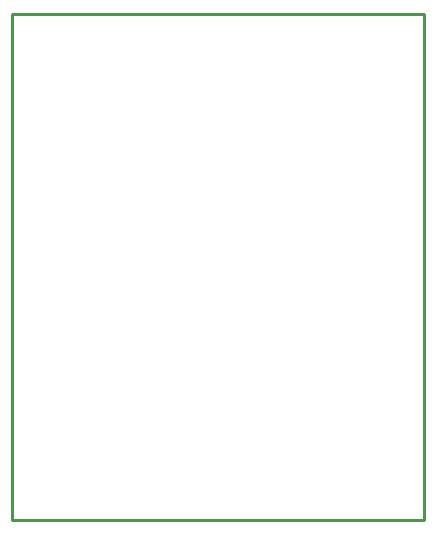
<source format=gbr>
G04 EAGLE Gerber RS-274X export*
G75*
%MOMM*%
%FSLAX34Y34*%
%LPD*%
%IN*%
%IPPOS*%
%AMOC8*
5,1,8,0,0,1.08239X$1,22.5*%
G01*
G04 Define Apertures*
%ADD10C,0.254000*%
D10*
X0Y127000D02*
X349050Y127000D01*
X349050Y555500D01*
X0Y555500D01*
X0Y127000D01*
M02*

</source>
